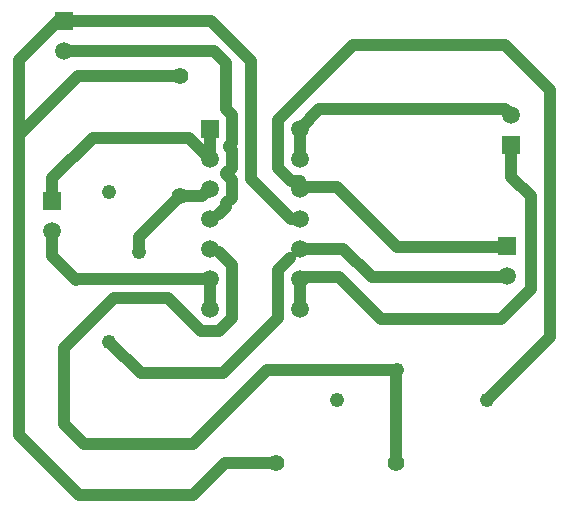
<source format=gbl>
G04 Layer_Physical_Order=2*
G04 Layer_Color=16711680*
%FSLAX42Y42*%
%MOMM*%
G71*
G01*
G75*
%ADD10C,1.50*%
%ADD11R,1.50X1.50*%
%ADD12C,1.24*%
%ADD13C,1.40*%
%ADD14R,1.50X1.50*%
%ADD15C,1.50*%
%ADD16C,1.00*%
D10*
X4432Y3492D02*
D03*
X4394Y2134D02*
D03*
X546Y2515D02*
D03*
X648Y4039D02*
D03*
D11*
X4432Y3238D02*
D03*
X4394Y2388D02*
D03*
X546Y2769D02*
D03*
X648Y4293D02*
D03*
D12*
X1029Y1575D02*
D03*
X1283Y2337D02*
D03*
X1029Y2845D02*
D03*
X4229Y1080D02*
D03*
X3467Y1334D02*
D03*
X2959Y1080D02*
D03*
D13*
X1626Y3823D02*
D03*
Y2807D02*
D03*
X2438Y546D02*
D03*
X3454D02*
D03*
D14*
X1880Y3378D02*
D03*
D15*
Y3124D02*
D03*
Y2870D02*
D03*
Y2616D02*
D03*
Y2362D02*
D03*
Y2108D02*
D03*
Y1854D02*
D03*
X2642Y3378D02*
D03*
Y3124D02*
D03*
Y2870D02*
D03*
Y2616D02*
D03*
Y2362D02*
D03*
Y2108D02*
D03*
Y1854D02*
D03*
D16*
X1880D02*
Y2108D01*
X648Y4039D02*
X1918D01*
X648Y4293D02*
X1892D01*
X2565Y2616D02*
X2642D01*
X2065Y2128D02*
X2070Y2134D01*
Y2223D01*
X1956Y2337D02*
X2070Y2223D01*
X597Y4293D02*
X648D01*
X2642Y3124D02*
Y3378D01*
X3010Y2362D02*
X3251Y2121D01*
X3327Y1765D02*
X4343D01*
X2972Y2121D02*
X3327Y1765D01*
X2654Y2121D02*
X2972D01*
X2642Y2108D02*
X2654Y2121D01*
X2642Y1854D02*
Y2108D01*
X3467Y2375D02*
X4381D01*
X2959Y2883D02*
X3467Y2375D01*
X2654Y2883D02*
X2959D01*
X2642Y2870D02*
X2654Y2883D01*
X2642Y2362D02*
X3010D01*
X2642Y3378D02*
X2807Y3543D01*
X1880Y3124D02*
Y3378D01*
X2230Y2951D02*
X2565Y2616D01*
X2230Y2951D02*
Y3955D01*
X1892Y4293D02*
X2230Y3955D01*
X2642Y2870D02*
Y2939D01*
X2457Y3048D02*
X2565Y2939D01*
X2457Y3048D02*
Y3455D01*
X1702Y3302D02*
X1880Y3124D01*
X889Y3302D02*
X1702D01*
X1803Y1669D02*
X1956D01*
X2065Y1778D01*
X1070Y1948D02*
X1524D01*
X648Y1526D02*
X1070Y1948D01*
X1524D02*
X1803Y1669D01*
X2065Y1778D02*
Y2128D01*
X762Y2108D02*
X1003D01*
X1004Y2108D01*
X267Y3962D02*
X597Y4293D01*
X546Y2959D02*
X889Y3302D01*
X546Y2769D02*
Y2959D01*
Y2299D02*
Y2515D01*
Y2299D02*
X749Y2095D01*
X762Y2108D01*
X1283Y2337D02*
Y2464D01*
X1626Y2807D01*
X1816D01*
X1880Y2870D01*
X2457Y2185D02*
X2555Y2283D01*
X2457Y1778D02*
Y2185D01*
X1987Y1308D02*
X2457Y1778D01*
X1295Y1308D02*
X1987D01*
X1029Y1575D02*
X1295Y1308D01*
X762Y3823D02*
X1626D01*
X267Y3327D02*
X762Y3823D01*
X267Y3327D02*
Y3962D01*
X4762Y1613D02*
Y3708D01*
X4381Y4089D02*
X4762Y3708D01*
X3091Y4089D02*
X4381D01*
X2457Y3455D02*
X3091Y4089D01*
X4343Y1765D02*
X4597Y2019D01*
Y2807D01*
X4432Y2972D02*
X4597Y2807D01*
X4381Y2375D02*
X4394Y2388D01*
X3251Y2121D02*
X4381D01*
X4394Y2134D01*
X2807Y3543D02*
X4381D01*
X4432Y3492D01*
Y2972D02*
Y3238D01*
X4229Y1080D02*
X4762Y1613D01*
X2362Y1334D02*
X3467D01*
X648Y876D02*
Y1526D01*
X3454Y1321D02*
X3467Y1334D01*
X267Y787D02*
X775Y279D01*
X267Y787D02*
Y3327D01*
X1956Y2654D02*
X2019Y2718D01*
X1918Y4039D02*
X2019Y3937D01*
Y2718D02*
Y2748D01*
X2065Y2794D01*
Y2947D01*
X2019Y2992D02*
X2065Y2947D01*
X2019Y2992D02*
Y3002D01*
X2065Y3048D01*
Y3201D01*
X2040Y3226D02*
X2065Y3201D01*
X2040Y3226D02*
Y3233D01*
X2065Y3258D01*
Y3499D01*
X2019Y3544D02*
X2065Y3499D01*
X2019Y3544D02*
Y3937D01*
X2565Y2939D02*
X2642D01*
X648Y876D02*
X813Y711D01*
X1740D01*
X2362Y1334D01*
X775Y279D02*
X1740D01*
X2007Y546D01*
X2438D01*
X1004Y2108D02*
X1880D01*
X3454Y597D02*
Y1321D01*
M02*

</source>
